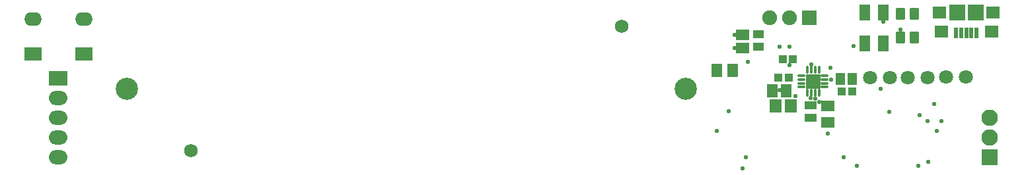
<source format=gts>
G04 Layer_Color=20142*
%FSLAX44Y44*%
%MOMM*%
G71*
G01*
G75*
%ADD57R,0.5016X1.4516*%
%ADD58R,2.1032X2.1032*%
%ADD59R,1.6532X1.5032*%
%ADD60R,1.8032X1.6032*%
%ADD61R,1.4032X2.0032*%
%ADD62O,0.9900X0.4200*%
%ADD63O,0.4200X0.9900*%
%ADD64R,1.8400X1.8400*%
%ADD65R,1.4532X1.7532*%
%ADD66R,1.0532X1.1032*%
%ADD67R,1.6532X1.3532*%
%ADD68R,1.4532X1.0032*%
%ADD69R,1.1532X1.5532*%
%ADD70R,1.7532X1.4532*%
%ADD71R,1.5532X1.0532*%
%ADD72R,1.3532X1.6532*%
G04:AMPARAMS|DCode=73|XSize=1.2192mm|YSize=1.6002mm|CornerRadius=0.2286mm|HoleSize=0mm|Usage=FLASHONLY|Rotation=180.000|XOffset=0mm|YOffset=0mm|HoleType=Round|Shape=RoundedRectangle|*
%AMROUNDEDRECTD73*
21,1,1.2192,1.1430,0,0,180.0*
21,1,0.7620,1.6002,0,0,180.0*
1,1,0.4572,-0.3810,0.5715*
1,1,0.4572,0.3810,0.5715*
1,1,0.4572,0.3810,-0.5715*
1,1,0.4572,-0.3810,-0.5715*
%
%ADD73ROUNDEDRECTD73*%
%ADD74R,1.5532X1.7532*%
%ADD75C,2.1082*%
%ADD76R,2.1082X2.1082*%
%ADD77O,2.3622X1.8542*%
%ADD78R,2.3622X1.8542*%
%ADD79R,2.2352X1.7272*%
%ADD80O,2.2352X1.7272*%
%ADD81R,1.9032X1.9032*%
%ADD82C,1.9032*%
%ADD83C,1.7272*%
%ADD84C,2.8448*%
%ADD85C,1.8032*%
%ADD86C,0.5842*%
D57*
X1812251Y997886D02*
D03*
X1818751D02*
D03*
X1825251D02*
D03*
X1831751D02*
D03*
X1838251D02*
D03*
D58*
X1813251Y1024636D02*
D03*
X1837251D02*
D03*
D59*
X1791001D02*
D03*
X1859501D02*
D03*
D60*
X1793251Y1000136D02*
D03*
X1857251D02*
D03*
D61*
X1719141Y984316D02*
D03*
Y1024316D02*
D03*
X1695141Y984316D02*
D03*
Y1024316D02*
D03*
D62*
X1614159Y928236D02*
D03*
Y933236D02*
D03*
Y938236D02*
D03*
Y943236D02*
D03*
X1643658D02*
D03*
Y938236D02*
D03*
Y933236D02*
D03*
Y928236D02*
D03*
D63*
X1621409Y950486D02*
D03*
X1626409D02*
D03*
X1631409D02*
D03*
X1636409D02*
D03*
Y920986D02*
D03*
X1631409D02*
D03*
X1626409D02*
D03*
X1621409D02*
D03*
D64*
X1628909Y935736D02*
D03*
D65*
X1505121Y950214D02*
D03*
X1525621D02*
D03*
D66*
X1678589Y922528D02*
D03*
X1665589D02*
D03*
X1584309Y940562D02*
D03*
X1597309D02*
D03*
X1589643Y964438D02*
D03*
X1602643D02*
D03*
D67*
X1538739Y978294D02*
D03*
Y995794D02*
D03*
D68*
X1558805Y996060D02*
D03*
Y980060D02*
D03*
D69*
X1663323Y939038D02*
D03*
X1678823D02*
D03*
D70*
X1647451Y883322D02*
D03*
Y903822D02*
D03*
D71*
X1625607Y905124D02*
D03*
Y888624D02*
D03*
D72*
X1594221Y923290D02*
D03*
X1576221D02*
D03*
D73*
X1740923Y1022350D02*
D03*
X1758703D02*
D03*
X1741177Y992378D02*
D03*
X1758957D02*
D03*
D74*
X1580551Y903732D02*
D03*
X1600051D02*
D03*
D75*
X1854969Y889000D02*
D03*
Y863600D02*
D03*
D76*
X1854970Y838201D02*
D03*
D77*
X661169Y914400D02*
D03*
Y889000D02*
D03*
Y863600D02*
D03*
Y838200D02*
D03*
D78*
Y939800D02*
D03*
D79*
X629177Y970894D02*
D03*
X694177D02*
D03*
D80*
X629177Y1015894D02*
D03*
X694177D02*
D03*
D81*
X1623675Y1017778D02*
D03*
D82*
X1598275D02*
D03*
X1572875D02*
D03*
D83*
X831222Y846328D02*
D03*
X1383672Y1006348D02*
D03*
D84*
X749053Y926338D02*
D03*
X1465841D02*
D03*
D85*
X1727207Y940816D02*
D03*
X1701807D02*
D03*
X1775213D02*
D03*
X1749813D02*
D03*
X1824743Y941324D02*
D03*
X1799343D02*
D03*
D86*
X1741177Y1002538D02*
D03*
X1719141Y1012190D02*
D03*
X1636526Y908812D02*
D03*
X1631449Y913638D02*
D03*
X1585729Y924560D02*
D03*
X1625861Y913892D02*
D03*
X1647451Y868262D02*
D03*
X1520451Y897636D02*
D03*
X1787405Y872236D02*
D03*
X1783595Y906780D02*
D03*
X1605795Y916432D02*
D03*
X1598325Y956763D02*
D03*
X1505121Y871982D02*
D03*
X1685297Y826770D02*
D03*
X1680979Y981456D02*
D03*
X1598175Y980186D02*
D03*
X1775594Y884885D02*
D03*
X1776229Y832358D02*
D03*
X1793247Y884301D02*
D03*
X1652023Y938276D02*
D03*
X1626369Y957834D02*
D03*
X1651007Y953516D02*
D03*
X1545597Y961136D02*
D03*
X1528325Y978294D02*
D03*
X1715015Y926084D02*
D03*
X1765561Y892048D02*
D03*
X1763783Y827278D02*
D03*
X1538485Y823468D02*
D03*
X1542803Y838454D02*
D03*
X1585957Y980060D02*
D03*
X1668278Y838453D02*
D03*
X1726191Y896366D02*
D03*
X1528211Y995680D02*
D03*
M02*

</source>
